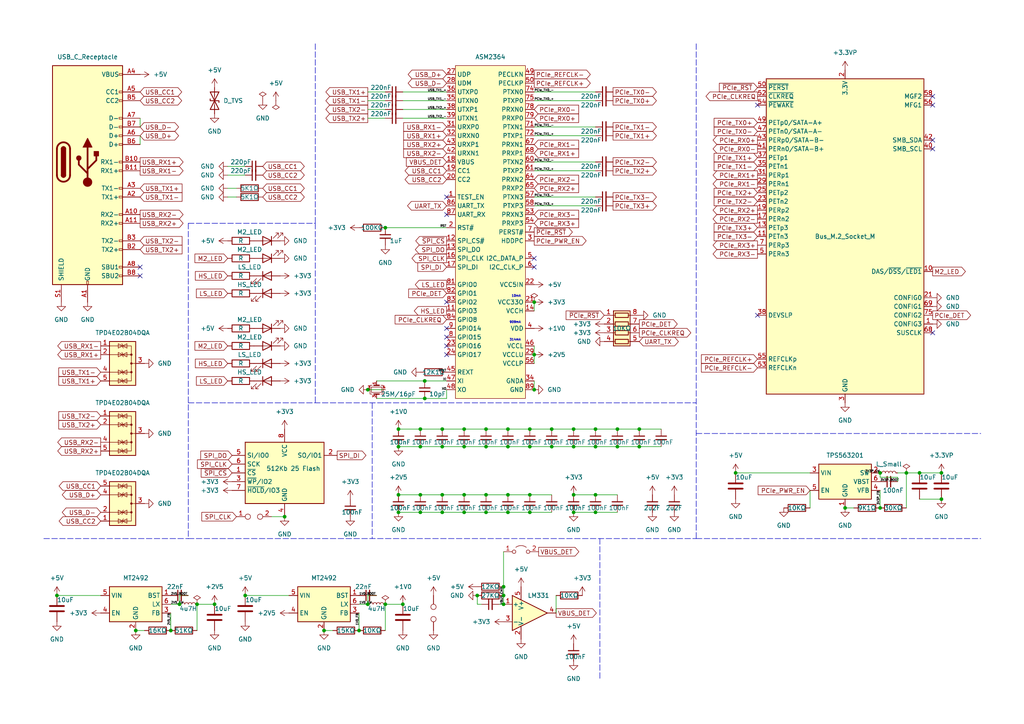
<source format=kicad_sch>
(kicad_sch (version 20211123) (generator eeschema)
  (paper "A4")
  (junction (at 128.27 124.46))
  (junction (at 146.05 175.26))
  (junction (at 140.97 124.46))
  (junction (at 123.19 110.49))
  (junction (at 179.07 129.54))
  (junction (at 121.92 143.51))
  (junction (at 273.05 137.16))
  (junction (at 57.15 175.26))
  (junction (at 154.94 102.87))
  (junction (at 185.42 124.46))
  (junction (at 166.37 124.46))
  (junction (at 147.32 143.51))
  (junction (at 213.36 137.16))
  (junction (at 273.05 144.78))
  (junction (at 166.37 143.51))
  (junction (at 245.11 147.32))
  (junction (at 93.98 182.88))
  (junction (at 39.37 182.88))
  (junction (at 49.53 182.88))
  (junction (at 134.62 129.54))
  (junction (at 123.19 115.57))
  (junction (at 160.02 129.54))
  (junction (at 128.27 143.51))
  (junction (at 111.76 66.04))
  (junction (at 172.72 148.59))
  (junction (at 153.67 129.54))
  (junction (at 185.42 129.54))
  (junction (at 266.7 137.16))
  (junction (at 62.23 175.26))
  (junction (at 115.57 124.46))
  (junction (at 147.32 148.59))
  (junction (at 115.57 143.51))
  (junction (at 172.72 129.54))
  (junction (at 160.02 124.46))
  (junction (at 147.32 129.54))
  (junction (at 106.68 113.03))
  (junction (at 166.37 129.54))
  (junction (at 153.67 124.46))
  (junction (at 255.27 137.16))
  (junction (at 128.27 129.54))
  (junction (at 71.12 172.72))
  (junction (at 140.97 129.54))
  (junction (at 121.92 129.54))
  (junction (at 153.67 148.59))
  (junction (at 82.55 149.86))
  (junction (at 121.92 148.59))
  (junction (at 154.94 87.63))
  (junction (at 111.76 175.26))
  (junction (at 153.67 143.51))
  (junction (at 255.27 147.32))
  (junction (at 179.07 124.46))
  (junction (at 115.57 148.59))
  (junction (at 16.51 172.72))
  (junction (at 172.72 124.46))
  (junction (at 52.07 175.26))
  (junction (at 128.27 148.59))
  (junction (at 121.92 124.46))
  (junction (at 146.05 170.18))
  (junction (at 140.97 143.51))
  (junction (at 134.62 148.59))
  (junction (at 262.89 137.16))
  (junction (at 115.57 129.54))
  (junction (at 154.94 113.03))
  (junction (at 134.62 124.46))
  (junction (at 106.68 175.26))
  (junction (at 138.43 172.72))
  (junction (at 147.32 124.46))
  (junction (at 140.97 148.59))
  (junction (at 172.72 143.51))
  (junction (at 104.14 182.88))
  (junction (at 116.84 175.26))
  (junction (at 166.37 148.59))
  (junction (at 134.62 143.51))
  (junction (at 146.05 172.72))
  (no_connect (at 129.54 57.15))
  (no_connect (at 129.54 62.23))
  (no_connect (at 40.64 77.47))
  (no_connect (at 40.64 80.01))
  (no_connect (at 129.54 97.79))
  (no_connect (at 129.54 95.25))
  (no_connect (at 129.54 100.33))
  (no_connect (at 129.54 102.87))
  (no_connect (at 219.71 91.44))
  (no_connect (at 219.71 30.48))
  (no_connect (at 129.54 87.63))
  (no_connect (at 270.51 96.52))
  (no_connect (at 270.51 30.48))
  (no_connect (at 270.51 27.94))
  (no_connect (at 270.51 40.64))
  (no_connect (at 270.51 43.18))
  (no_connect (at 154.94 74.93))
  (no_connect (at 154.94 77.47))
  (wire (pts (xy 109.22 110.49) (xy 123.19 110.49)))
  (polyline (pts (xy 107.95 116.84) (xy 107.95 156.21)))
  (wire (pts (xy 140.97 124.46) (xy 147.32 124.46)))
  (wire (pts (xy 160.02 124.46) (xy 166.37 124.46)))
  (wire (pts (xy 134.62 148.59) (xy 140.97 148.59)))
  (wire (pts (xy 147.32 148.59) (xy 153.67 148.59)))
  (wire (pts (xy 39.37 182.88) (xy 41.91 182.88)))
  (wire (pts (xy 49.53 175.26) (xy 52.07 175.26)))
  (wire (pts (xy 71.12 172.72) (xy 83.82 172.72)))
  (wire (pts (xy 160.02 129.54) (xy 166.37 129.54)))
  (wire (pts (xy 185.42 124.46) (xy 191.77 124.46)))
  (wire (pts (xy 40.64 39.37) (xy 40.64 41.91)))
  (polyline (pts (xy 91.44 12.7) (xy 91.44 64.77)))
  (wire (pts (xy 16.51 172.72) (xy 29.21 172.72)))
  (wire (pts (xy 255.27 142.24) (xy 255.27 147.32)))
  (wire (pts (xy 154.94 57.15) (xy 172.72 57.15)))
  (wire (pts (xy 153.67 129.54) (xy 160.02 129.54)))
  (wire (pts (xy 128.27 143.51) (xy 134.62 143.51)))
  (wire (pts (xy 166.37 124.46) (xy 172.72 124.46)))
  (wire (pts (xy 106.68 29.21) (xy 111.76 29.21)))
  (wire (pts (xy 106.68 34.29) (xy 111.76 34.29)))
  (wire (pts (xy 260.35 137.16) (xy 262.89 137.16)))
  (wire (pts (xy 106.68 31.75) (xy 111.76 31.75)))
  (wire (pts (xy 128.27 124.46) (xy 134.62 124.46)))
  (wire (pts (xy 57.15 175.26) (xy 62.23 175.26)))
  (wire (pts (xy 179.07 124.46) (xy 185.42 124.46)))
  (wire (pts (xy 115.57 143.51) (xy 121.92 143.51)))
  (wire (pts (xy 116.84 26.67) (xy 129.54 26.67)))
  (wire (pts (xy 146.05 160.02) (xy 146.05 170.18)))
  (wire (pts (xy 154.94 49.53) (xy 172.72 49.53)))
  (wire (pts (xy 154.94 29.21) (xy 172.72 29.21)))
  (wire (pts (xy 262.89 137.16) (xy 266.7 137.16)))
  (polyline (pts (xy 201.93 156.21) (xy 284.48 156.21)))
  (wire (pts (xy 255.27 137.16) (xy 255.27 138.43)))
  (wire (pts (xy 154.94 39.37) (xy 172.72 39.37)))
  (wire (pts (xy 161.29 177.8) (xy 161.29 172.72)))
  (wire (pts (xy 104.14 177.8) (xy 104.14 182.88)))
  (wire (pts (xy 138.43 172.72) (xy 138.43 175.26)))
  (wire (pts (xy 111.76 175.26) (xy 116.84 175.26)))
  (wire (pts (xy 260.35 138.43) (xy 260.35 139.7)))
  (wire (pts (xy 154.94 100.33) (xy 154.94 102.87)))
  (wire (pts (xy 109.22 172.72) (xy 106.68 172.72)))
  (wire (pts (xy 40.64 34.29) (xy 40.64 36.83)))
  (wire (pts (xy 129.54 113.03) (xy 129.54 115.57)))
  (wire (pts (xy 147.32 143.51) (xy 153.67 143.51)))
  (wire (pts (xy 166.37 143.51) (xy 172.72 143.51)))
  (wire (pts (xy 129.54 115.57) (xy 123.19 115.57)))
  (wire (pts (xy 66.04 48.26) (xy 71.12 48.26)))
  (wire (pts (xy 106.68 172.72) (xy 106.68 175.26)))
  (wire (pts (xy 266.7 144.78) (xy 273.05 144.78)))
  (wire (pts (xy 153.67 148.59) (xy 160.02 148.59)))
  (wire (pts (xy 154.94 87.63) (xy 154.94 90.17)))
  (wire (pts (xy 54.61 172.72) (xy 52.07 172.72)))
  (polyline (pts (xy 12.7 156.21) (xy 54.61 156.21)))
  (wire (pts (xy 93.98 182.88) (xy 96.52 182.88)))
  (wire (pts (xy 115.57 124.46) (xy 121.92 124.46)))
  (wire (pts (xy 116.84 29.21) (xy 129.54 29.21)))
  (wire (pts (xy 172.72 148.59) (xy 179.07 148.59)))
  (wire (pts (xy 66.04 54.61) (xy 68.58 54.61)))
  (wire (pts (xy 166.37 148.59) (xy 172.72 148.59)))
  (wire (pts (xy 153.67 143.51) (xy 160.02 143.51)))
  (wire (pts (xy 255.27 138.43) (xy 260.35 138.43)))
  (wire (pts (xy 121.92 129.54) (xy 128.27 129.54)))
  (wire (pts (xy 179.07 129.54) (xy 185.42 129.54)))
  (wire (pts (xy 66.04 50.8) (xy 71.12 50.8)))
  (wire (pts (xy 115.57 148.59) (xy 121.92 148.59)))
  (wire (pts (xy 154.94 36.83) (xy 172.72 36.83)))
  (wire (pts (xy 111.76 175.26) (xy 111.76 182.88)))
  (wire (pts (xy 134.62 143.51) (xy 140.97 143.51)))
  (wire (pts (xy 140.97 148.59) (xy 147.32 148.59)))
  (wire (pts (xy 172.72 124.46) (xy 179.07 124.46)))
  (polyline (pts (xy 54.61 156.21) (xy 201.93 156.21)))
  (polyline (pts (xy 173.99 156.21) (xy 173.99 196.85)))
  (wire (pts (xy 166.37 129.54) (xy 172.72 129.54)))
  (wire (pts (xy 128.27 129.54) (xy 134.62 129.54)))
  (wire (pts (xy 78.74 149.86) (xy 82.55 149.86)))
  (polyline (pts (xy 201.93 125.73) (xy 284.48 125.73)))
  (wire (pts (xy 138.43 175.26) (xy 139.7 175.26)))
  (wire (pts (xy 106.68 26.67) (xy 111.76 26.67)))
  (wire (pts (xy 121.92 124.46) (xy 128.27 124.46)))
  (wire (pts (xy 116.84 31.75) (xy 129.54 31.75)))
  (wire (pts (xy 144.78 175.26) (xy 146.05 175.26)))
  (wire (pts (xy 121.92 143.51) (xy 128.27 143.51)))
  (wire (pts (xy 172.72 129.54) (xy 179.07 129.54)))
  (wire (pts (xy 140.97 143.51) (xy 147.32 143.51)))
  (polyline (pts (xy 54.61 64.77) (xy 54.61 156.21)))
  (wire (pts (xy 57.15 175.26) (xy 57.15 182.88)))
  (wire (pts (xy 116.84 34.29) (xy 129.54 34.29)))
  (wire (pts (xy 134.62 129.54) (xy 140.97 129.54)))
  (wire (pts (xy 121.92 148.59) (xy 128.27 148.59)))
  (polyline (pts (xy 54.61 116.84) (xy 201.93 116.84)))
  (polyline (pts (xy 201.93 12.7) (xy 201.93 156.21)))
  (wire (pts (xy 266.7 137.16) (xy 273.05 137.16)))
  (wire (pts (xy 134.62 124.46) (xy 140.97 124.46)))
  (wire (pts (xy 128.27 148.59) (xy 134.62 148.59)))
  (wire (pts (xy 154.94 46.99) (xy 172.72 46.99)))
  (wire (pts (xy 123.19 110.49) (xy 129.54 110.49)))
  (wire (pts (xy 172.72 143.51) (xy 179.07 143.51)))
  (polyline (pts (xy 54.61 64.77) (xy 91.44 64.77)))
  (wire (pts (xy 154.94 110.49) (xy 154.94 113.03)))
  (wire (pts (xy 109.22 115.57) (xy 123.19 115.57)))
  (wire (pts (xy 66.04 57.15) (xy 68.58 57.15)))
  (wire (pts (xy 153.67 124.46) (xy 160.02 124.46)))
  (wire (pts (xy 213.36 137.16) (xy 234.95 137.16)))
  (wire (pts (xy 49.53 177.8) (xy 49.53 182.88)))
  (polyline (pts (xy 91.44 64.77) (xy 91.44 116.84)))
  (wire (pts (xy 111.76 66.04) (xy 129.54 66.04)))
  (wire (pts (xy 52.07 172.72) (xy 52.07 175.26)))
  (wire (pts (xy 185.42 129.54) (xy 191.77 129.54)))
  (wire (pts (xy 234.95 142.24) (xy 234.95 147.32)))
  (wire (pts (xy 147.32 129.54) (xy 153.67 129.54)))
  (wire (pts (xy 115.57 129.54) (xy 121.92 129.54)))
  (wire (pts (xy 146.05 172.72) (xy 146.05 175.26)))
  (wire (pts (xy 140.97 129.54) (xy 147.32 129.54)))
  (wire (pts (xy 147.32 124.46) (xy 153.67 124.46)))
  (wire (pts (xy 154.94 102.87) (xy 154.94 105.41)))
  (wire (pts (xy 245.11 147.32) (xy 247.65 147.32)))
  (wire (pts (xy 104.14 175.26) (xy 106.68 175.26)))
  (wire (pts (xy 154.94 26.67) (xy 172.72 26.67)))
  (wire (pts (xy 154.94 59.69) (xy 172.72 59.69)))
  (wire (pts (xy 106.68 113.03) (xy 111.76 113.03)))
  (wire (pts (xy 262.89 137.16) (xy 262.89 147.32)))
  (wire (pts (xy 146.05 170.18) (xy 146.05 172.72)))
  (text "314mA" (at 151.13 99.06 180) (effects (font (size 0.635 0.635)) (justify right bottom)))
  (text "10mA" (at 151.13 86.36 180) (effects (font (size 0.635 0.635)) (justify right bottom)))
  (text "909mA" (at 151.13 93.98 180) (effects (font (size 0.635 0.635)) (justify right bottom)))
  (label "PCIe_TX1_-" (at 154.94 36.83 0) (effects (font (size 0.635 0.635))))
  (label "PCIe_TX0_+" (at 154.94 29.21 0) (effects (font (size 0.635 0.635))))
  (label "3V3P_BOOT" (at 255.27 139.7 0) (effects (font (size 0.635 0.635))))
  (label "PCIe_TX2_-" (at 154.94 46.99 0) (effects (font (size 0.635 0.635))))
  (label "1V0_BOOT" (at 104.14 172.72 0) (effects (font (size 0.635 0.635))))
  (label "PCIe_TX3_+" (at 154.94 59.69 0) (effects (font (size 0.635 0.635))))
  (label "PCIe_TX1_+" (at 154.94 39.37 0) (effects (font (size 0.635 0.635))))
  (label "XO" (at 129.54 113.2782 180) (effects (font (size 0.635 0.635))))
  (label "USB_TX2_+" (at 129.54 31.75 180) (effects (font (size 0.635 0.635))))
  (label "2V5_BOOT" (at 49.53 172.72 0) (effects (font (size 0.635 0.635))))
  (label "2V5_SW" (at 49.53 175.26 0) (effects (font (size 0.635 0.635))))
  (label "1V0_FB" (at 104.14 177.8 270) (effects (font (size 0.635 0.635))))
  (label "1V0_SW" (at 104.14 175.26 0) (effects (font (size 0.635 0.635))))
  (label "3V3P_SW" (at 255.27 137.16 180) (effects (font (size 0.635 0.635))))
  (label "PCIe_TX0_-" (at 154.94 26.67 0) (effects (font (size 0.635 0.635))))
  (label "PCIe_TX3_-" (at 154.94 57.15 0) (effects (font (size 0.635 0.635))))
  (label "USB_TX2_-" (at 129.54 34.29 180) (effects (font (size 0.635 0.635))))
  (label "RST" (at 129.54 66.04 180) (effects (font (size 0.635 0.635))))
  (label "PCIe_TX2_+" (at 154.94 49.53 0) (effects (font (size 0.635 0.635))))
  (label "USB_TX1_+" (at 129.54 26.67 180) (effects (font (size 0.635 0.635))))
  (label "XI" (at 129.54 110.49 180) (effects (font (size 0.635 0.635))))
  (label "VBUS_CMP" (at 146.05 170.18 270) (effects (font (size 0.635 0.635))))
  (label "REXT" (at 129.54 107.95 180) (effects (font (size 0.635 0.635))))
  (label "USB_TX1_-" (at 129.54 29.21 180) (effects (font (size 0.635 0.635))))
  (label "3V3P_FB" (at 255.27 142.24 270) (effects (font (size 0.635 0.635))))
  (label "2V5_FB" (at 49.53 177.8 270) (effects (font (size 0.635 0.635))))
  (global_label "HS_LED" (shape input) (at 66.04 80.01 180) (property "Intersheet References" "${INTERSHEET_REFS}" (effects hide)))
  (global_label "USB_CC1" (shape bidirectional) (at 129.54 49.53 180) (property "Intersheet References" "${INTERSHEET_REFS}" (effects hide)))
  (global_label "PCIe_TX1+" (shape input) (at 219.71 45.72 180) (property "Intersheet References" "${INTERSHEET_REFS}" (effects hide)))
  (global_label "M2_LED" (shape input) (at 66.04 74.93 180) (property "Intersheet References" "${INTERSHEET_REFS}" (effects hide)))
  (global_label "PCIe_RX1+" (shape output) (at 219.71 50.8 180) (property "Intersheet References" "${INTERSHEET_REFS}" (effects hide)))
  (global_label "PCIe_TX0-" (shape output) (at 177.8 26.67 0) (property "Intersheet References" "${INTERSHEET_REFS}" (effects hide)))
  (global_label "USB_RX1-" (shape input) (at 129.54 36.83 180) (property "Intersheet References" "${INTERSHEET_REFS}" (effects hide)))
  (global_label "PCIe_RX2+" (shape output) (at 219.71 60.96 180) (property "Intersheet References" "${INTERSHEET_REFS}" (effects hide)))
  (global_label "USB_TX1-" (shape output) (at 106.68 29.21 180) (property "Intersheet References" "${INTERSHEET_REFS}" (effects hide)))
  (global_label "PCIe_CLKREQ" (shape input) (at 129.54 92.71 180) (property "Intersheet References" "${INTERSHEET_REFS}" (effects hide)))
  (global_label "USB_RX2-" (shape output) (at 29.21 128.27 180) (property "Intersheet References" "${INTERSHEET_REFS}" (effects hide)))
  (global_label "SPI_CLK" (shape output) (at 129.54 74.93 180) (property "Intersheet References" "${INTERSHEET_REFS}" (effects hide)))
  (global_label "PCIe_DET" (shape input) (at 129.54 85.09 180) (property "Intersheet References" "${INTERSHEET_REFS}" (effects hide)))
  (global_label "UART_TX" (shape bidirectional) (at 129.54 59.69 180) (property "Intersheet References" "${INTERSHEET_REFS}" (effects hide)))
  (global_label "USB_RX1+" (shape input) (at 129.54 39.37 180) (property "Intersheet References" "${INTERSHEET_REFS}" (effects hide)))
  (global_label "VBUS_DET" (shape output) (at 161.29 177.8 0) (property "Intersheet References" "${INTERSHEET_REFS}" (effects hide)))
  (global_label "USB_CC2" (shape bidirectional) (at 129.54 52.07 180) (property "Intersheet References" "${INTERSHEET_REFS}" (effects hide)))
  (global_label "USB_TX2-" (shape input) (at 29.21 120.65 180) (property "Intersheet References" "${INTERSHEET_REFS}" (effects hide)))
  (global_label "PCIe_REFCLK-" (shape input) (at 219.71 106.68 180) (property "Intersheet References" "${INTERSHEET_REFS}" (effects hide)))
  (global_label "M2_LED" (shape output) (at 270.51 78.74 0) (property "Intersheet References" "${INTERSHEET_REFS}" (effects hide)))
  (global_label "HS_LED" (shape input) (at 66.04 105.41 180) (property "Intersheet References" "${INTERSHEET_REFS}" (effects hide)))
  (global_label "USB_D-" (shape bidirectional) (at 29.21 148.59 180) (property "Intersheet References" "${INTERSHEET_REFS}" (effects hide)))
  (global_label "USB_TX1+" (shape input) (at 29.21 110.49 180) (property "Intersheet References" "${INTERSHEET_REFS}" (effects hide)))
  (global_label "PCIe_DET" (shape output) (at 185.42 93.98 0) (property "Intersheet References" "${INTERSHEET_REFS}" (effects hide)))
  (global_label "SPI_DI" (shape input) (at 129.54 77.47 180) (property "Intersheet References" "${INTERSHEET_REFS}" (effects hide)))
  (global_label "USB_RX2+" (shape input) (at 129.54 41.91 180) (property "Intersheet References" "${INTERSHEET_REFS}" (effects hide)))
  (global_label "HS_LED" (shape output) (at 129.54 90.17 180) (property "Intersheet References" "${INTERSHEET_REFS}" (effects hide)))
  (global_label "PCIe_REFCLK+" (shape output) (at 154.94 24.13 0) (property "Intersheet References" "${INTERSHEET_REFS}" (effects hide)))
  (global_label "USB_CC1" (shape bidirectional) (at 76.2 54.61 0) (property "Intersheet References" "${INTERSHEET_REFS}" (effects hide)))
  (global_label "USB_RX2+" (shape output) (at 29.21 130.81 180) (property "Intersheet References" "${INTERSHEET_REFS}" (effects hide)))
  (global_label "USB_TX1-" (shape input) (at 29.21 107.95 180) (property "Intersheet References" "${INTERSHEET_REFS}" (effects hide)))
  (global_label "USB_CC1" (shape bidirectional) (at 29.21 140.97 180) (property "Intersheet References" "${INTERSHEET_REFS}" (effects hide)))
  (global_label "USB_D+" (shape bidirectional) (at 29.21 143.51 180) (property "Intersheet References" "${INTERSHEET_REFS}" (effects hide)))
  (global_label "PCIe_CLKREQ" (shape output) (at 219.71 27.94 180) (property "Intersheet References" "${INTERSHEET_REFS}" (effects hide)))
  (global_label "LS_LED" (shape input) (at 66.04 110.49 180) (property "Intersheet References" "${INTERSHEET_REFS}" (effects hide)))
  (global_label "USB_RX1-" (shape output) (at 40.64 49.53 0) (property "Intersheet References" "${INTERSHEET_REFS}" (effects hide)))
  (global_label "USB_CC1" (shape bidirectional) (at 40.64 26.67 0) (property "Intersheet References" "${INTERSHEET_REFS}" (effects hide)))
  (global_label "USB_RX1+" (shape output) (at 29.21 102.87 180) (property "Intersheet References" "${INTERSHEET_REFS}" (effects hide)))
  (global_label "USB_TX2-" (shape input) (at 40.64 69.85 0) (property "Intersheet References" "${INTERSHEET_REFS}" (effects hide)))
  (global_label "PCIe_TX3+" (shape input) (at 219.71 66.04 180) (property "Intersheet References" "${INTERSHEET_REFS}" (effects hide)))
  (global_label "PCIe_RX0-" (shape output) (at 219.71 43.18 180) (property "Intersheet References" "${INTERSHEET_REFS}" (effects hide)))
  (global_label "VBUS_DET" (shape input) (at 129.54 46.99 180) (property "Intersheet References" "${INTERSHEET_REFS}" (effects hide)))
  (global_label "PCIe_RX0-" (shape input) (at 154.94 31.75 0) (property "Intersheet References" "${INTERSHEET_REFS}" (effects hide)))
  (global_label "USB_TX1+" (shape output) (at 106.68 26.67 180) (property "Intersheet References" "${INTERSHEET_REFS}" (effects hide)))
  (global_label "PCIe_RX0+" (shape input) (at 154.94 34.29 0) (property "Intersheet References" "${INTERSHEET_REFS}" (effects hide)))
  (global_label "USB_RX1+" (shape output) (at 40.64 46.99 0) (property "Intersheet References" "${INTERSHEET_REFS}" (effects hide)))
  (global_label "SPI_DO" (shape output) (at 129.54 72.39 180) (property "Intersheet References" "${INTERSHEET_REFS}" (effects hide)))
  (global_label "PCIe_TX0+" (shape input) (at 219.71 35.56 180) (property "Intersheet References" "${INTERSHEET_REFS}" (effects hide)))
  (global_label "~{SPI_CS}" (shape output) (at 129.54 69.85 180) (property "Intersheet References" "${INTERSHEET_REFS}" (effects hide)))
  (global_label "LS_LED" (shape input) (at 66.04 85.09 180) (property "Intersheet References" "${INTERSHEET_REFS}" (effects hide)))
  (global_label "PCIe_RX1-" (shape input) (at 154.94 41.91 0) (property "Intersheet References" "${INTERSHEET_REFS}" (effects hide)))
  (global_label "PCIe_TX2+" (shape input) (at 219.71 55.88 180) (property "Intersheet References" "${INTERSHEET_REFS}" (effects hide)))
  (global_label "PCIe_TX0+" (shape output) (at 177.8 29.21 0) (property "Intersheet References" "${INTERSHEET_REFS}" (effects hide)))
  (global_label "PCIe_RX3-" (shape output) (at 219.71 73.66 180) (property "Intersheet References" "${INTERSHEET_REFS}" (effects hide)))
  (global_label "USB_RX1-" (shape output) (at 29.21 100.33 180) (property "Intersheet References" "${INTERSHEET_REFS}" (effects hide)))
  (global_label "SPI_DO" (shape input) (at 67.31 132.08 180) (property "Intersheet References" "${INTERSHEET_REFS}" (effects hide)))
  (global_label "PCIe_REFCLK-" (shape output) (at 154.94 21.59 0) (property "Intersheet References" "${INTERSHEET_REFS}" (effects hide)))
  (global_label "SPI_CLK" (shape input) (at 67.31 134.62 180) (property "Intersheet References" "${INTERSHEET_REFS}" (effects hide)))
  (global_label "USB_RX2-" (shape output) (at 40.64 62.23 0) (property "Intersheet References" "${INTERSHEET_REFS}" (effects hide)))
  (global_label "PCIe_RX2-" (shape output) (at 219.71 63.5 180) (property "Intersheet References" "${INTERSHEET_REFS}" (effects hide)))
  (global_label "USB_TX1-" (shape input) (at 40.64 57.15 0) (property "Intersheet References" "${INTERSHEET_REFS}" (effects hide)))
  (global_label "UART_TX" (shape bidirectional) (at 185.42 99.06 0) (property "Intersheet References" "${INTERSHEET_REFS}" (effects hide)))
  (global_label "PCIe_TX1-" (shape output) (at 177.8 36.83 0) (property "Intersheet References" "${INTERSHEET_REFS}" (effects hide)))
  (global_label "USB_CC2" (shape bidirectional) (at 76.2 57.15 0) (property "Intersheet References" "${INTERSHEET_REFS}" (effects hide)))
  (global_label "USB_D-" (shape bidirectional) (at 40.64 36.83 0) (property "Intersheet References" "${INTERSHEET_REFS}" (effects hide)))
  (global_label "USB_RX2+" (shape output) (at 40.64 64.77 0) (property "Intersheet References" "${INTERSHEET_REFS}" (effects hide)))
  (global_label "PCIe_TX2-" (shape output) (at 177.8 46.99 0) (property "Intersheet References" "${INTERSHEET_REFS}" (effects hide)))
  (global_label "PCIe_RX0+" (shape output) (at 219.71 40.64 180) (property "Intersheet References" "${INTERSHEET_REFS}" (effects hide)))
  (global_label "USB_CC2" (shape bidirectional) (at 29.21 151.13 180) (property "Intersheet References" "${INTERSHEET_REFS}" (effects hide)))
  (global_label "USB_D+" (shape bidirectional) (at 129.54 21.59 180) (property "Intersheet References" "${INTERSHEET_REFS}" (effects hide)))
  (global_label "USB_TX2+" (shape input) (at 29.21 123.19 180) (property "Intersheet References" "${INTERSHEET_REFS}" (effects hide)))
  (global_label "USB_TX2+" (shape output) (at 106.68 34.29 180) (property "Intersheet References" "${INTERSHEET_REFS}" (effects hide)))
  (global_label "PCIe_TX1-" (shape input) (at 219.71 48.26 180) (property "Intersheet References" "${INTERSHEET_REFS}" (effects hide)))
  (global_label "M2_LED" (shape input) (at 66.04 100.33 180) (property "Intersheet References" "${INTERSHEET_REFS}" (effects hide)))
  (global_label "PCIe_RX3+" (shape output) (at 219.71 71.12 180) (property "Intersheet References" "${INTERSHEET_REFS}" (effects hide)))
  (global_label "PCIe_TX0-" (shape input) (at 219.71 38.1 180) (property "Intersheet References" "${INTERSHEET_REFS}" (effects hide)))
  (global_label "LS_LED" (shape output) (at 129.54 82.55 180) (property "Intersheet References" "${INTERSHEET_REFS}" (effects hide)))
  (global_label "PCIe_RX2-" (shape input) (at 154.94 52.07 0) (property "Intersheet References" "${INTERSHEET_REFS}" (effects hide)))
  (global_label "USB_TX2+" (shape input) (at 40.64 72.39 0) (property "Intersheet References" "${INTERSHEET_REFS}" (effects hide)))
  (global_label "USB_D-" (shape bidirectional) (at 129.54 24.13 180) (property "Intersheet References" "${INTERSHEET_REFS}" (effects hide)))
  (global_label "PCIe_TX1+" (shape output) (at 177.8 39.37 0) (property "Intersheet References" "${INTERSHEET_REFS}" (effects hide)))
  (global_label "USB_CC2" (shape bidirectional) (at 40.64 29.21 0) (property "Intersheet References" "${INTERSHEET_REFS}" (effects hide)))
  (global_label "PCIe_RX1+" (shape input) (at 154.94 44.45 0) (property "Intersheet References" "${INTERSHEET_REFS}" (effects hide)))
  (global_label "PCIe_TX2+" (shape output) (at 177.8 49.53 0) (property "Intersheet References" "${INTERSHEET_REFS}" (effects hide)))
  (global_label "~{PCIe_RST}" (shape input) (at 175.26 91.44 180) (property "Intersheet References" "${INTERSHEET_REFS}" (effects hide)))
  (global_label "USB_CC1" (shape bidirectional) (at 76.2 48.26 0) (property "Intersheet References" "${INTERSHEET_REFS}" (effects hide)))
  (global_label "~{PCIe_RST}" (shape input) (at 219.71 25.4 180) (property "Intersheet References" "${INTERSHEET_REFS}" (effects hide)))
  (global_label "PCIe_RX3-" (shape input) (at 154.94 62.23 0) (property "Intersheet References" "${INTERSHEET_REFS}" (effects hide)))
  (global_label "USB_TX1+" (shape input) (at 40.64 54.61 0) (property "Intersheet References" "${INTERSHEET_REFS}" (effects hide)))
  (global_label "~{PCIe_RST}" (shape output) (at 154.94 67.31 0) (property "Intersheet References" "${INTERSHEET_REFS}" (effects hide)))
  (global_label "PCIe_TX3-" (shape input) (at 219.71 68.58 180) (property "Intersheet References" "${INTERSHEET_REFS}" (effects hide)))
  (global_label "PCIe_DET" (shape output) (at 270.51 91.44 0) (property "Intersheet References" "${INTERSHEET_REFS}" (effects hide)))
  (global_label "PCIe_RX1-" (shape output) (at 219.71 53.34 180) (property "Intersheet References" "${INTERSHEET_REFS}" (effects hide)))
  (global_label "PCIe_TX3-" (shape output) (at 177.8 57.15 0) (property "Intersheet References" "${INTERSHEET_REFS}" (effects hide)))
  (global_label "PCIe_CLKREQ" (shape output) (at 185.42 96.52 0) (property "Intersheet References" "${INTERSHEET_REFS}" (effects hide)))
  (global_label "PCIe_TX3+" (shape output) (at 177.8 59.69 0) (property "Intersheet References" "${INTERSHEET_REFS}" (effects hide)))
  (global_label "USB_RX2-" (shape input) (at 129.54 44.45 180) (property "Intersheet References" "${INTERSHEET_REFS}" (effects hide)))
  (global_label "USB_D+" (shape bidirectional) (at 40.64 39.37 0) (property "Intersheet References" "${INTERSHEET_REFS}" (effects hide)))
  (global_label "PCIe_TX2-" (shape input) (at 219.71 58.42 180) (property "Intersheet References" "${INTERSHEET_REFS}" (effects hide)))
  (global_label "PCIe_RX3+" (shape input) (at 154.94 64.77 0) (property "Intersheet References" "${INTERSHEET_REFS}" (effects hide)))
  (global_label "~{SPI_CS}" (shape input) (at 67.31 137.16 180) (property "Intersheet References" "${INTERSHEET_REFS}" (effects hide)))
  (global_label "PCIe_REFCLK+" (shape input) (at 219.71 104.14 180) (property "Intersheet References" "${INTERSHEET_REFS}" (effects hide)))
  (global_label "SPI_CLK" (shape input) (at 68.58 149.86 180) (property "Intersheet References" "${INTERSHEET_REFS}" (effects hide)))
  (global_label "SPI_DI" (shape output) (at 97.79 132.08 0) (property "Intersheet References" "${INTERSHEET_REFS}" (effects hide)))
  (global_label "USB_TX2-" (shape output) (at 106.68 31.75 180) (property "Intersheet References" "${INTERSHEET_REFS}" (effects hide)))
  (global_label "PCIe_PWR_EN" (shape input) (at 234.95 142.24 180) (property "Intersheet References" "${INTERSHEET_REFS}" (effects hide)))
  (global_label "PCIe_RX2+" (shape input) (at 154.94 54.61 0) (property "Intersheet References" "${INTERSHEET_REFS}" (effects hide)))
  (global_label "PCIe_PWR_EN" (shape output) (at 154.94 69.85 0) (property "Intersheet References" "${INTERSHEET_REFS}" (effects hide)))
  (global_label "VBUS_DET" (shape output) (at 156.21 160.02 0) (property "Intersheet References" "${INTERSHEET_REFS}" (effects hide)))
  (global_label "USB_CC2" (shape bidirectional) (at 76.2 50.8 0) (property "Intersheet References" "${INTERSHEET_REFS}" (effects hide)))
  (symbol (lib_id "power:+2V5") (at 62.23 175.26 0) (unit 1)
    (property "Reference" "#PWR072" (effects hide))
    (property "Value" "+2V5" (at 62.23 170.18 0))
  )
  (symbol (lib_id "Device:C_Small") (at 153.67 127 0) (unit 1)
    (property "Reference" "C23" (effects hide))
    (property "Value" "100nF" (at 151.13 128.27 0) (effects (justify left)))
    (property "Footprint" "Stanlazys:C_0201_0603Metric" (effects hide))
  )
  (symbol (lib_id "Device:R_Pack04") (at 180.34 96.52 270) (unit 1)
    (property "Reference" "RN1" (effects hide))
    (property "Value" "10KΩ" (at 180.34 95.25 90))
    (property "Footprint" "Resistor_SMD:R_Array_Convex_4x0402" (effects hide))
  )
  (symbol (lib_id "Connector:TestPoint") (at 125.73 182.88 0) (unit 1)
    (property "Reference" "TP3" (effects hide))
    (property "Value" "TestPoint" (effects hide))
    (property "Footprint" "TestPoint:TestPoint_THTPad_2.0x2.0mm_Drill1.0mm" (effects hide))
  )
  (symbol (lib_id "Device:C_Small") (at 73.66 48.26 90) (unit 1)
    (property "Reference" "C10" (effects hide))
    (property "Value" "220pF" (at 69.85 46.99 90))
    (property "Footprint" "Stanlazys:C_0201_0603Metric" (effects hide))
  )
  (symbol (lib_id "Device:C_Small") (at 185.42 127 0) (unit 1)
    (property "Reference" "C28" (effects hide))
    (property "Value" "100nF" (at 182.88 128.27 0) (effects (justify left)))
    (property "Footprint" "Stanlazys:C_0201_0603Metric" (effects hide))
  )
  (symbol (lib_id "Device:C_Small") (at 172.72 146.05 0) (unit 1)
    (property "Reference" "C43" (effects hide))
    (property "Value" "100nF" (at 170.18 147.32 0) (effects (justify left)))
    (property "Footprint" "Stanlazys:C_0201_0603Metric" (effects hide))
  )
  (symbol (lib_id "Device:C_Small") (at 111.76 68.58 0) (unit 1)
    (property "Reference" "C15" (effects hide))
    (property "Value" "1uF" (at 113.03 69.85 0) (effects (justify left)))
    (property "Footprint" "Capacitor_SMD:C_0402_1005Metric" (effects hide))
  )
  (symbol (lib_id "power:GND") (at 17.78 87.63 0) (unit 1)
    (property "Reference" "#PWR020" (effects hide))
    (property "Value" "GND" (at 17.78 92.71 0))
  )
  (symbol (lib_id "power:+5V") (at 16.51 172.72 0) (unit 1)
    (property "Reference" "#PWR067" (effects hide))
    (property "Value" "+5V" (at 16.51 167.64 0))
  )
  (symbol (lib_id "power:GND") (at 270.51 88.9 90) (unit 1)
    (property "Reference" "#PWR023" (effects hide))
    (property "Value" "GND" (at 274.32 88.8999 90) (effects (justify right)))
  )
  (symbol (lib_id "power:PWR_FLAG") (at 154.94 87.63 0) (unit 1)
    (property "Reference" "#FLG03" (effects hide))
    (property "Value" "PWR_FLAG" (effects hide))
  )
  (symbol (lib_id "Device:LED") (at 77.47 105.41 0) (unit 1)
    (property "Reference" "D8" (effects hide))
    (property "Value" "LS_LED" (at 72.39 102.87 0))
    (property "Footprint" "LED_SMD:LED_0402_1005Metric" (effects hide))
  )
  (symbol (lib_id "Regulator_Switching:AOZ1280CI") (at 39.37 175.26 0) (unit 1)
    (property "Reference" "U7" (effects hide))
    (property "Value" "MT2492" (at 39.37 167.64 0))
    (property "Footprint" "Package_TO_SOT_SMD:SOT-23-6" (effects hide))
    (property "Datasheet" "http://aosmd.com/res/data_sheets/AOZ1280CI.pdf" (effects hide))
  )
  (symbol (lib_id "power:+5V") (at 66.04 69.85 90) (unit 1)
    (property "Reference" "#PWR012" (effects hide))
    (property "Value" "+5V" (at 62.23 69.8499 90) (effects (justify left)))
  )
  (symbol (lib_id "power:GND") (at 245.11 116.84 0) (unit 1)
    (property "Reference" "#PWR040" (effects hide))
    (property "Value" "GND" (at 245.11 121.92 0))
  )
  (symbol (lib_id "Device:R") (at 107.95 66.04 90) (unit 1)
    (property "Reference" "R3" (effects hide))
    (property "Value" "100KΩ" (at 107.95 66.04 90))
    (property "Footprint" "Stanlazys:R_0201_0603Metric" (effects hide))
  )
  (symbol (lib_id "Device:C_Small") (at 257.81 139.7 90) (unit 1)
    (property "Reference" "C30" (effects hide))
    (property "Value" "100nF" (at 259.08 142.24 90))
    (property "Footprint" "Stanlazys:C_0201_0603Metric" (effects hide))
  )
  (symbol (lib_id "power:+5V") (at 80.01 29.21 0) (unit 1)
    (property "Reference" "#PWR05" (effects hide))
    (property "Value" "+5V" (at 80.01 24.13 0))
  )
  (symbol (lib_id "Device:R") (at 53.34 182.88 90) (unit 1)
    (property "Reference" "R20" (effects hide))
    (property "Value" "51KΩ" (at 53.34 182.88 90))
    (property "Footprint" "Stanlazys:R_0201_0603Metric" (effects hide))
  )
  (symbol (lib_id "power:+3V3") (at 81.28 85.09 270) (unit 1)
    (property "Reference" "#PWR018" (effects hide))
    (property "Value" "+3V3" (at 85.09 85.0899 90) (effects (justify left)))
  )
  (symbol (lib_id "power:GND") (at 175.26 99.06 270) (unit 1)
    (property "Reference" "#PWR031" (effects hide))
    (property "Value" "GND" (at 171.45 99.0599 90) (effects (justify right)))
  )
  (symbol (lib_id "Device:D_TVS") (at 62.23 29.21 270) (unit 1)
    (property "Reference" "D1" (effects hide))
    (property "Value" "D_TVS" (at 64.77 29.2099 90) (effects (justify left)))
    (property "Footprint" "Diode_SMD:D_SOD-323" (effects hide))
  )
  (symbol (lib_id "power:+3V3") (at 81.28 80.01 270) (unit 1)
    (property "Reference" "#PWR016" (effects hide))
    (property "Value" "+3V3" (at 85.09 80.0099 90) (effects (justify left)))
  )
  (symbol (lib_id "Connector:USB_C_Receptacle") (at 25.4 46.99 0) (unit 1)
    (property "Reference" "J1" (effects hide))
    (property "Value" "USB_C_Receptacle" (at 25.4 16.51 0))
    (property "Footprint" "Stanlazys:USB_C_Receptacle_GCT_USB4080-03-A" (effects hide))
    (property "Datasheet" "https://www.usb.org/sites/default/files/documents/usb_type-c.zip" (effects hide))
  )
  (symbol (lib_id "power:GND") (at 41.91 105.41 90) (unit 1)
    (property "Reference" "#PWR034" (effects hide))
    (property "Value" "GND" (at 45.72 105.4099 90) (effects (justify right)))
  )
  (symbol (lib_id "power:+5V") (at 66.04 95.25 90) (unit 1)
    (property "Reference" "#PWR027" (effects hide))
    (property "Value" "+5V" (at 62.23 95.2499 90) (effects (justify left)))
  )
  (symbol (lib_id "power:GND") (at 93.98 182.88 0) (unit 1)
    (property "Reference" "#PWR081" (effects hide))
    (property "Value" "GND" (at 93.98 187.96 0))
  )
  (symbol (lib_id "Device:C_Small") (at 191.77 127 0) (unit 1)
    (property "Reference" "C29" (effects hide))
    (property "Value" "100nF" (at 189.23 128.27 0) (effects (justify left)))
    (property "Footprint" "Stanlazys:C_0201_0603Metric" (effects hide))
  )
  (symbol (lib_id "power:GND") (at 115.57 148.59 0) (unit 1)
    (property "Reference" "#PWR059" (effects hide))
    (property "Value" "GND" (at 115.57 153.67 0))
  )
  (symbol (lib_id "power:+3V3") (at 175.26 93.98 90) (unit 1)
    (property "Reference" "#PWR025" (effects hide))
    (property "Value" "+3V3" (at 171.45 93.9799 90) (effects (justify left)))
  )
  (symbol (lib_id "Stanlazys:ASM2364") (at 142.24 67.31 0) (unit 1)
    (property "Reference" "U1" (effects hide))
    (property "Value" "ASM2364" (at 142.24 16.51 0))
    (property "Footprint" "Stanlazys:QFN-88_EP_9.75x9.75_Pitch0.4mm_ThermalVias" (effects hide))
  )
  (symbol (lib_id "Device:C_Small") (at 142.24 175.26 90) (unit 1)
    (property "Reference" "C50" (effects hide))
    (property "Value" "100nF" (effects hide))
    (property "Footprint" "Stanlazys:C_0201_0603Metric" (effects hide))
  )
  (symbol (lib_id "Device:R") (at 231.14 147.32 90) (unit 1)
    (property "Reference" "R13" (effects hide))
    (property "Value" "10KΩ" (at 231.14 147.32 90))
    (property "Footprint" "Stanlazys:R_0201_0603Metric" (effects hide))
  )
  (symbol (lib_id "Device:C_Small") (at 175.26 46.99 90) (mirror x) (unit 1)
    (property "Reference" "C9" (effects hide))
    (property "Value" "220nF" (at 171.45 48.26 90))
    (property "Footprint" "Stanlazys:C_0201_0603Metric" (effects hide))
  )
  (symbol (lib_id "Device:C_Small") (at 73.66 50.8 90) (unit 1)
    (property "Reference" "C12" (effects hide))
    (property "Value" "220pF" (at 69.85 49.53 90))
    (property "Footprint" "Stanlazys:C_0201_0603Metric" (effects hide))
  )
  (symbol (lib_id "power:PWR_FLAG") (at 80.01 29.21 180) (unit 1)
    (property "Reference" "#FLG02" (effects hide))
    (property "Value" "PWR_FLAG" (effects hide))
  )
  (symbol (lib_id "Device:C_Small") (at 175.26 26.67 90) (mirror x) (unit 1)
    (property "Reference" "C2" (effects hide))
    (property "Value" "220nF" (at 171.45 27.94 90))
    (property "Footprint" "Stanlazys:C_0201_0603Metric" (effects hide))
  )
  (symbol (lib_id "Device:L_Small") (at 54.61 175.26 90) (unit 1)
    (property "Reference" "L2" (effects hide))
    (property "Value" "4u7H" (at 54.61 176.53 90))
    (property "Footprint" "Inductor_SMD:L_1008_2520Metric" (effects hide))
  )
  (symbol (lib_id "Device:Crystal_GND24_Small") (at 109.22 113.03 270) (unit 1)
    (property "Reference" "Y1" (effects hide))
    (property "Value" "25M/16pF" (at 115.57 114.3 90))
    (property "Footprint" "Stanlazys:Crystal_SMD_2016-4Pin_2.0x1.6mm" (effects hide))
  )
  (symbol (lib_id "power:GND") (at 82.55 149.86 0) (unit 1)
    (property "Reference" "#PWR063" (effects hide))
    (property "Value" "GND" (at 82.55 154.94 0))
  )
  (symbol (lib_id "power:GND") (at 195.58 148.59 0) (unit 1)
    (property "Reference" "#PWR062" (effects hide))
    (property "Value" "GND" (at 195.58 153.67 0))
  )
  (symbol (lib_id "power:GND") (at 185.42 91.44 90) (unit 1)
    (property "Reference" "#PWR024" (effects hide))
    (property "Value" "GND" (at 189.23 91.4399 90) (effects (justify right)))
  )
  (symbol (lib_id "power:GND") (at 41.91 146.05 90) (unit 1)
    (property "Reference" "#PWR056" (effects hide))
    (property "Value" "GND" (at 45.72 146.0499 90) (effects (justify right)))
  )
  (symbol (lib_id "Device:LED") (at 77.47 74.93 180) (unit 1)
    (property "Reference" "D3" (effects hide))
    (property "Value" "M2_LED" (at 72.39 72.39 0))
    (property "Footprint" "LED_SMD:LED_0402_1005Metric" (effects hide))
  )
  (symbol (lib_id "Device:LED") (at 77.47 69.85 180) (unit 1)
    (property "Reference" "D2" (effects hide))
    (property "Value" "M2_LED" (at 72.39 67.31 0))
    (property "Footprint" "LED_SMD:LED_0402_1005Metric" (effects hide))
  )
  (symbol (lib_id "power:+3V3") (at 154.94 87.63 270) (unit 1)
    (property "Reference" "#PWR022" (effects hide))
    (property "Value" "+3V3" (at 158.75 87.6299 90) (effects (justify left)))
  )
  (symbol (lib_id "Device:L_Small") (at 109.22 175.26 90) (unit 1)
    (property "Reference" "L3" (effects hide))
    (property "Value" "4u7H" (at 109.22 176.53 90))
    (property "Footprint" "Inductor_SMD:L_1008_2520Metric" (effects hide))
  )
  (symbol (lib_id "Device:LED") (at 77.47 100.33 180) (unit 1)
    (property "Reference" "D7" (effects hide))
    (property "Value" "M2_LED" (at 72.39 97.79 0))
    (property "Footprint" "LED_SMD:LED_0402_1005Metric" (effects hide))
  )
  (symbol (lib_id "Device:C") (at 62.23 179.07 0) (unit 1)
    (property "Reference" "C53" (effects hide))
    (property "Value" "10uF" (at 62.23 176.53 0) (effects (justify left)))
    (property "Footprint" "Capacitor_SMD:C_0603_1608Metric" (effects hide))
  )
  (symbol (lib_id "Device:C") (at 116.84 179.07 0) (unit 1)
    (property "Reference" "C54" (effects hide))
    (property "Value" "10uF" (at 116.84 176.53 0) (effects (justify left)))
    (property "Footprint" "Capacitor_SMD:C_0603_1608Metric" (effects hide))
  )
  (symbol (lib_id "Device:LED") (at 77.47 110.49 0) (unit 1)
    (property "Reference" "D9" (effects hide))
    (property "Value" "HS_LED" (at 72.39 107.95 0))
    (property "Footprint" "LED_SMD:LED_0402_1005Metric" (effects hide))
  )
  (symbol (lib_id "power:+1V0") (at 154.94 95.25 270) (unit 1)
    (property "Reference" "#PWR029" (effects hide))
    (property "Value" "+1V0" (at 158.75 95.2499 90) (effects (justify left)))
  )
  (symbol (lib_id "power:GND") (at 81.28 95.25 90) (unit 1)
    (property "Reference" "#PWR028" (effects hide))
    (property "Value" "GND" (at 85.09 95.2499 90) (effects (justify right)))
  )
  (symbol (lib_id "power:GND") (at 66.04 57.15 270) (unit 1)
    (property "Reference" "#PWR010" (effects hide))
    (property "Value" "GND" (at 62.23 57.1499 90) (effects (justify right)))
  )
  (symbol (lib_id "power:PWR_FLAG") (at 262.89 137.16 0) (unit 1)
    (property "Reference" "#FLG04" (effects hide))
    (property "Value" "PWR_FLAG" (effects hide))
  )
  (symbol (lib_id "power:GND") (at 76.2 29.21 0) (unit 1)
    (property "Reference" "#PWR04" (effects hide))
    (property "Value" "GND" (at 76.2 34.29 0))
  )
  (symbol (lib_id "power:GND") (at 71.12 180.34 0) (unit 1)
    (property "Reference" "#PWR077" (effects hide))
    (property "Value" "GND" (at 71.12 185.42 0))
  )
  (symbol (lib_id "power:+3V3") (at 168.91 172.72 0) (unit 1)
    (property "Reference" "#PWR071" (effects hide))
    (property "Value" "+3V3" (at 168.91 167.64 0))
  )
  (symbol (lib_id "Device:R") (at 72.39 57.15 90) (unit 1)
    (property "Reference" "R2" (effects hide))
    (property "Value" "5K1Ω" (at 72.39 57.15 90))
    (property "Footprint" "Stanlazys:R_0201_0603Metric" (effects hide))
  )
  (symbol (lib_id "power:GND") (at 227.33 147.32 0) (unit 1)
    (property "Reference" "#PWR057" (effects hide))
    (property "Value" "GND" (at 227.33 152.4 0))
  )
  (symbol (lib_id "Device:C_Small") (at 52.07 172.72 90) (unit 1)
    (property "Reference" "C48" (effects hide))
    (property "Value" "22nF" (at 50.8 170.18 90))
    (property "Footprint" "Stanlazys:C_0201_0603Metric" (effects hide))
  )
  (symbol (lib_id "power:+1V0") (at 115.57 124.46 0) (unit 1)
    (property "Reference" "#PWR042" (effects hide))
    (property "Value" "+1V0" (at 115.57 119.38 0))
  )
  (symbol (lib_id "power:GND") (at 154.94 113.03 90) (unit 1)
    (property "Reference" "#PWR039" (effects hide))
    (property "Value" "GND" (at 158.75 113.0299 90) (effects (justify right)))
  )
  (symbol (lib_id "Device:R") (at 69.85 85.09 90) (unit 1)
    (property "Reference" "R7" (effects hide))
    (property "Value" "R" (at 69.85 85.09 90))
    (property "Footprint" "Stanlazys:R_0201_0603Metric" (effects hide))
  )
  (symbol (lib_id "power:+5V") (at 151.13 170.18 0) (unit 1)
    (property "Reference" "#PWR066" (effects hide))
    (property "Value" "+5V" (at 151.13 165.1 0))
  )
  (symbol (lib_id "Regulator_Switching:TPS563200") (at 245.11 139.7 0) (unit 1)
    (property "Reference" "U5" (effects hide))
    (property "Value" "TPS563201" (at 245.11 132.08 0))
    (property "Footprint" "Package_TO_SOT_SMD:SOT-23-6" (effects hide))
    (property "Datasheet" "http://www.ti.com/lit/ds/symlink/tps563200.pdf" (effects hide))
  )
  (symbol (lib_id "power:PWR_FLAG") (at 76.2 29.21 0) (unit 1)
    (property "Reference" "#FLG01" (effects hide))
    (property "Value" "PWR_FLAG" (effects hide))
  )
  (symbol (lib_id "Jumper:Jumper_2_Open") (at 151.13 160.02 0) (unit 1)
    (property "Reference" "JP1" (effects hide))
    (property "Value" "Jumper" (effects hide))
    (property "Footprint" "Stanlazys:SolderJumper-2_1.2x0.6mm" (effects hide))
  )
  (symbol (lib_id "Device:C_Small") (at 166.37 189.23 0) (unit 1)
    (property "Reference" "C55" (effects hide))
    (property "Value" "100nF" (at 163.83 190.5 0) (effects (justify left)))
    (property "Footprint" "Stanlazys:C_0201_0603Metric" (effects hide))
  )
  (symbol (lib_id "power:GND") (at 16.51 180.34 0) (unit 1)
    (property "Reference" "#PWR076" (effects hide))
    (property "Value" "GND" (at 16.51 185.42 0))
  )
  (symbol (lib_id "Stanlazys:TPD4E02B04DQA") (at 36.83 146.05 90) (unit 1)
    (property "Reference" "U6" (effects hide))
    (property "Value" "TPD4E02B04DQA" (at 35.56 137.16 90))
    (property "Footprint" "Package_SON:USON-10_2.5x1.0mm_P0.5mm" (effects hide))
    (property "Datasheet" "http://www.ti.com/lit/ds/symlink/tpd4e02b04.pdf" (effects hide))
  )
  (symbol (lib_id "Device:C_Small") (at 179.07 146.05 0) (unit 1)
    (property "Reference" "C44" (effects hide))
    (property "Value" "100nF" (at 176.53 147.32 0) (effects (justify left)))
    (property "Footprint" "Stanlazys:C_0201_0603Metric" (effects hide))
  )
  (symbol (lib_id "Device:C_Small") (at 114.3 29.21 90) (unit 1)
    (property "Reference" "C3" (effects hide))
    (property "Value" "220nF" (at 110.49 27.94 90))
    (property "Footprint" "Stanlazys:C_0201_0603Metric" (effects hide))
  )
  (symbol (lib_id "power:GND") (at 166.37 148.59 0) (unit 1)
    (property "Reference" "#PWR060" (effects hide))
    (property "Value" "GND" (at 166.37 153.67 0))
  )
  (symbol (lib_id "Device:R") (at 45.72 182.88 90) (unit 1)
    (property "Reference" "R19" (effects hide))
    (property "Value" "16KΩ" (at 45.72 182.88 90))
    (property "Footprint" "Stanlazys:R_0201_0603Metric" (effects hide))
  )
  (symbol (lib_id "power:PWR_FLAG") (at 111.76 175.26 0) (unit 1)
    (property "Reference" "#FLG06" (effects hide))
    (property "Value" "PWR_FLAG" (effects hide))
  )
  (symbol (lib_id "power:GND") (at 115.57 129.54 0) (unit 1)
    (property "Reference" "#PWR044" (effects hide))
    (property "Value" "GND" (at 115.57 134.62 0))
  )
  (symbol (lib_id "power:GND") (at 273.05 144.78 0) (unit 1)
    (property "Reference" "#PWR055" (effects hide))
    (property "Value" "GND" (at 273.05 149.86 0))
  )
  (symbol (lib_id "Device:C_Small") (at 147.32 127 0) (unit 1)
    (property "Reference" "C22" (effects hide))
    (property "Value" "100nF" (at 144.78 128.27 0) (effects (justify left)))
    (property "Footprint" "Stanlazys:C_0201_0603Metric" (effects hide))
  )
  (symbol (lib_id "power:+3V3") (at 82.55 124.46 0) (unit 1)
    (property "Reference" "#PWR041" (effects hide))
    (property "Value" "+3V3" (at 82.55 119.38 0))
  )
  (symbol (lib_id "Device:C_Small") (at 114.3 31.75 90) (unit 1)
    (property "Reference" "C5" (effects hide))
    (property "Value" "220nF" (at 110.49 30.48 90))
    (property "Footprint" "Stanlazys:C_0201_0603Metric" (effects hide))
  )
  (symbol (lib_id "Device:C_Small") (at 195.58 146.05 0) (unit 1)
    (property "Reference" "C46" (effects hide))
    (property "Value" "2u2F" (at 193.04 147.32 0) (effects (justify left)))
    (property "Footprint" "Capacitor_SMD:C_0402_1005Metric" (effects hide))
  )
  (symbol (lib_id "Device:R") (at 69.85 110.49 90) (unit 1)
    (property "Reference" "R12" (effects hide))
    (property "Value" "R" (at 69.85 110.49 90))
    (property "Footprint" "Stanlazys:R_0201_0603Metric" (effects hide))
  )
  (symbol (lib_id "Device:LED") (at 77.47 80.01 0) (unit 1)
    (property "Reference" "D4" (effects hide))
    (property "Value" "LS_LED" (at 72.39 77.47 0))
    (property "Footprint" "LED_SMD:LED_0402_1005Metric" (effects hide))
  )
  (symbol (lib_id "power:+3.3VP") (at 273.05 137.16 0) (unit 1)
    (property "Reference" "#PWR046" (effects hide))
    (property "Value" "+3.3VP" (at 273.05 132.08 0))
  )
  (symbol (lib_id "Device:R") (at 100.33 182.88 90) (unit 1)
    (property "Reference" "R21" (effects hide))
    (property "Value" "15KΩ" (at 100.33 182.88 90))
    (property "Footprint" "Stanlazys:R_0201_0603Metric" (effects hide))
  )
  (symbol (lib_id "Device:LED") (at 77.47 95.25 180) (unit 1)
    (property "Reference" "D6" (effects hide))
    (property "Value" "M2_LED" (at 72.39 92.71 0))
    (property "Footprint" "LED_SMD:LED_0402_1005Metric" (effects hide))
  )
  (symbol (lib_id "power:+5V") (at 166.37 186.69 0) (unit 1)
    (property "Reference" "#PWR085" (effects hide))
    (property "Value" "+5V" (at 166.37 181.61 0))
  )
  (symbol (lib_id "Device:LED") (at 77.47 85.09 0) (unit 1)
    (property "Reference" "D5" (effects hide))
    (property "Value" "HS_LED" (at 72.39 82.55 0))
    (property "Footprint" "LED_SMD:LED_0402_1005Metric" (effects hide))
  )
  (symbol (lib_id "power:GND") (at 245.11 147.32 0) (unit 1)
    (property "Reference" "#PWR058" (effects hide))
    (property "Value" "GND" (at 245.11 152.4 0))
  )
  (symbol (lib_id "Regulator_Switching:AOZ1280CI") (at 93.98 175.26 0) (unit 1)
    (property "Reference" "U8" (effects hide))
    (property "Value" "MT2492" (at 93.98 167.64 0))
    (property "Footprint" "Package_TO_SOT_SMD:SOT-23-6" (effects hide))
    (property "Datasheet" "http://aosmd.com/res/data_sheets/AOZ1280CI.pdf" (effects hide))
  )
  (symbol (lib_id "Device:R") (at 125.73 107.95 90) (unit 1)
    (property "Reference" "R11" (effects hide))
    (property "Value" "12K1Ω" (at 125.73 107.95 90))
    (property "Footprint" "Stanlazys:R_0201_0603Metric" (effects hide))
  )
  (symbol (lib_id "Device:C_Small") (at 134.62 127 0) (unit 1)
    (property "Reference" "C20" (effects hide))
    (property "Value" "100nF" (at 132.08 128.27 0) (effects (justify left)))
    (property "Footprint" "Stanlazys:C_0201_0603Metric" (effects hide))
  )
  (symbol (lib_id "power:+5V") (at 189.23 143.51 0) (unit 1)
    (property "Reference" "#PWR051" (effects hide))
    (property "Value" "+5V" (at 189.23 138.43 0))
  )
  (symbol (lib_id "Device:C_Small") (at 106.68 172.72 90) (unit 1)
    (property "Reference" "C49" (effects hide))
    (property "Value" "22nF" (at 105.41 170.18 90))
    (property "Footprint" "Stanlazys:C_0201_0603Metric" (effects hide))
  )
  (symbol (lib_id "Device:R") (at 69.85 95.25 90) (unit 1)
    (property "Reference" "R8" (effects hide))
    (property "Value" "R" (at 69.85 95.25 90))
    (property "Footprint" "Stanlazys:R_0201_0603Metric" (effects hide))
  )
  (symbol (lib_id "power:GND") (at 66.04 50.8 270) (unit 1)
    (property "Reference" "#PWR08" (effects hide))
    (property "Value" "GND" (at 62.23 50.7999 90) (effects (justify right)))
  )
  (symbol (lib_id "Amplifier_Operational:LM321") (at 153.67 177.8 0) (unit 1)
    (property "Reference" "U9" (effects hide))
    (property "Value" "LM331" (at 156.21 172.72 0))
    (property "Footprint" "Package_TO_SOT_SMD:SOT-353_SC-70-5" (effects hide))
    (property "Datasheet" "http://www.ti.com/lit/ds/symlink/lm321.pdf" (effects hide))
  )
  (symbol (lib_id "power:GND") (at 189.23 148.59 0) (unit 1)
    (property "Reference" "#PWR061" (effects hide))
    (property "Value" "GND" (at 189.23 153.67 0))
  )
  (symbol (lib_id "power:+5V") (at 62.23 25.4 0) (unit 1)
    (property "Reference" "#PWR03" (effects hide))
    (property "Value" "+5V" (at 62.23 20.32 0))
  )
  (symbol (lib_id "Stanlazys:TPD4E02B04DQA") (at 36.83 125.73 90) (mirror x) (unit 1)
    (property "Reference" "U3" (effects hide))
    (property "Value" "TPD4E02B04DQA" (at 35.56 116.84 90))
    (property "Footprint" "Package_SON:USON-10_2.5x1.0mm_P0.5mm" (effects hide))
    (property "Datasheet" "http://www.ti.com/lit/ds/symlink/tpd4e02b04.pdf" (effects hide))
  )
  (symbol (lib_id "power:+3V3") (at 146.05 180.34 90) (unit 1)
    (property "Reference" "#PWR078" (effects hide))
    (property "Value" "+3V3" (at 142.24 180.3399 90) (effects (justify left)))
  )
  (symbol (lib_id "Device:C_Small") (at 153.67 146.05 0) (unit 1)
    (property "Reference" "C40" (effects hide))
    (property "Value" "100nF" (at 151.13 147.32 0) (effects (justify left)))
    (property "Footprint" "Stanlazys:C_0201_0603Metric" (effects hide))
  )
  (symbol (lib_id "Stanlazys:Bus_M.2_Socket_M") (at 245.11 68.58 0) (unit 1)
    (property "Reference" "J2" (effects hide))
    (property "Value" "Bus_M.2_Socket_M" (at 245.11 68.58 0))
    (property "Footprint" "Stanlazys:M.2-M" (effects hide))
    (property "Datasheet" "http://read.pudn.com/downloads794/doc/project/3133918/PCIe_M.2_Electromechanical_Spec_Rev1.0_Final_11012013_RS_Clean.pdf#page=155" (effects hide))
  )
  (symbol (lib_id "power:+3V3") (at 195.58 143.51 0) (unit 1)
    (property "Reference" "#PWR052" (effects hide))
    (property "Value" "+3V3" (at 195.58 138.43 0))
  )
  (symbol (lib_id "Device:C_Small") (at 114.3 26.67 90) (unit 1)
    (property "Reference" "C1" (effects hide))
    (property "Value" "220nF" (at 110.49 25.4 90))
    (property "Footprint" "Stanlazys:C_0201_0603Metric" (effects hide))
  )
  (symbol (lib_id "power:+3V3") (at 101.6 144.78 0) (unit 1)
    (property "Reference" "#PWR053" (effects hide))
    (property "Value" "+3V3" (at 101.6 139.7 0))
  )
  (symbol (lib_id "Connector:TestPoint_2Pole") (at 73.66 149.86 0) (unit 1)
    (property "Reference" "TP1" (effects hide))
    (property "Value" "TestPoint_2Pole" (effects hide))
    (property "Footprint" "Resistor_SMD:R_0201_0603Metric" (effects hide))
  )
  (symbol (lib_id "power:+3V3") (at 166.37 143.51 0) (unit 1)
    (property "Reference" "#PWR050" (effects hide))
    (property "Value" "+3V3" (at 166.37 138.43 0))
  )
  (symbol (lib_id "power:GND") (at 66.04 54.61 270) (unit 1)
    (property "Reference" "#PWR09" (effects hide))
    (property "Value" "GND" (at 62.23 54.6099 90) (effects (justify right)))
  )
  (symbol (lib_id "power:GND") (at 62.23 182.88 0) (unit 1)
    (property "Reference" "#PWR080" (effects hide))
    (property "Value" "GND" (at 62.23 187.96 0))
  )
  (symbol (lib_id "power:GND") (at 66.04 48.26 270) (unit 1)
    (property "Reference" "#PWR07" (effects hide))
    (property "Value" "GND" (at 62.23 48.2599 90) (effects (justify right)))
  )
  (symbol (lib_id "Device:C_Small") (at 160.02 127 0) (unit 1)
    (property "Reference" "C24" (effects hide))
    (property "Value" "100nF" (at 157.48 128.27 0) (effects (justify left)))
    (property "Footprint" "Stanlazys:C_0201_0603Metric" (effects hide))
  )
  (symbol (lib_id "Device:C") (at 16.51 176.53 0) (unit 1)
    (property "Reference" "C51" (effects hide))
    (property "Value" "10uF" (at 16.51 173.99 0) (effects (justify left)))
    (property "Footprint" "Capacitor_SMD:C_0603_1608Metric" (effects hide))
  )
  (symbol (lib_id "power:+3V3") (at 81.28 105.41 270) (unit 1)
    (property "Reference" "#PWR035" (effects hide))
    (property "Value" "+3V3" (at 85.09 105.4099 90) (effects (justify left)))
  )
  (symbol (lib_id "Device:C_Small") (at 115.57 127 0) (unit 1)
    (property "Reference" "C17" (effects hide))
    (property "Value" "100nF" (at 113.03 128.27 0) (effects (justify left)))
    (property "Footprint" "Stanlazys:C_0201_0603Metric" (effects hide))
  )
  (symbol (lib_id "power:PWR_FLAG") (at 57.15 175.26 0) (unit 1)
    (property "Reference" "#FLG05" (effects hide))
    (property "Value" "PWR_FLAG" (effects hide))
  )
  (symbol (lib_id "power:+2V5") (at 154.94 102.87 270) (unit 1)
    (property "Reference" "#PWR033" (effects hide))
    (property "Value" "+2V5" (at 158.75 102.8699 90) (effects (justify left)))
  )
  (symbol (lib_id "Device:R") (at 69.85 69.85 90) (unit 1)
    (property "Reference" "R4" (effects hide))
    (property "Value" "R" (at 69.85 69.85 90))
    (property "Footprint" "Stanlazys:R_0201_0603Metric" (effects hide))
  )
  (symbol (lib_id "Device:C") (at 71.12 176.53 0) (unit 1)
    (property "Reference" "C52" (effects hide))
    (property "Value" "10uF" (at 71.12 173.99 0) (effects (justify left)))
    (property "Footprint" "Capacitor_SMD:C_0603_1608Metric" (effects hide))
  )
  (symbol (lib_id "power:+3V3") (at 67.31 139.7 90) (unit 1)
    (property "Reference" "#PWR047" (effects hide))
    (property "Value" "+3V3" (at 63.5 139.6999 90) (effects (justify left)))
  )
  (symbol (lib_id "power:GND") (at 81.28 100.33 90) (unit 1)
    (property "Reference" "#PWR032" (effects hide))
    (property "Value" "GND" (at 85.09 100.3299 90) (effects (justify right)))
  )
  (symbol (lib_id "Device:C_Small") (at 189.23 146.05 0) (unit 1)
    (property "Reference" "C45" (effects hide))
    (property "Value" "2u2F" (at 186.69 147.32 0) (effects (justify left)))
    (property "Footprint" "Capacitor_SMD:C_0402_1005Metric" (effects hide))
  )
  (symbol (lib_id "power:GND") (at 116.84 182.88 0) (unit 1)
    (property "Reference" "#PWR082" (effects hide))
    (property "Value" "GND" (at 116.84 187.96 0))
  )
  (symbol (lib_id "Device:R") (at 69.85 100.33 90) (unit 1)
    (property "Reference" "R9" (effects hide))
    (property "Value" "R" (at 69.85 100.33 90))
    (property "Footprint" "Stanlazys:R_0201_0603Metric" (effects hide))
  )
  (symbol (lib_id "Stanlazys:TPD4E02B04DQA") (at 36.83 105.41 90) (mirror x) (unit 1)
    (property "Reference" "U2" (effects hide))
    (property "Value" "TPD4E02B04DQA" (at 35.56 96.52 90))
    (property "Footprint" "Package_SON:USON-10_2.5x1.0mm_P0.5mm" (effects hide))
    (property "Datasheet" "http://www.ti.com/lit/ds/symlink/tpd4e02b04.pdf" (effects hide))
  )
  (symbol (lib_id "Device:C_Small") (at 175.26 49.53 90) (mirror x) (unit 1)
    (property "Reference" "C11" (effects hide))
    (property "Value" "220nF" (at 171.45 50.8 90))
    (property "Footprint" "Stanlazys:C_0201_0603Metric" (effects hide))
  )
  (symbol (lib_id "power:+5V") (at 154.94 82.55 270) (unit 1)
    (property "Reference" "#PWR017" (effects hide))
    (property "Value" "+5V" (at 158.75 82.5499 90) (effects (justify left)))
  )
  (symbol (lib_id "Device:R") (at 72.39 54.61 90) (unit 1)
    (property "Reference" "R1" (effects hide))
    (property "Value" "5K1Ω" (at 72.39 54.61 90))
    (property "Footprint" "Stanlazys:R_0201_0603Metric" (effects hide))
  )
  (symbol (lib_id "Device:C_Small") (at 123.19 113.03 0) (unit 1)
    (property "Reference" "C16" (effects hide))
    (property "Value" "10pF" (at 124.46 114.3 0) (effects (justify left)))
    (property "Footprint" "Stanlazys:C_0201_0603Metric" (effects hide))
  )
  (symbol (lib_id "Device:C_Small") (at 121.92 146.05 0) (unit 1)
    (property "Reference" "C35" (effects hide))
    (property "Value" "100nF" (at 119.38 147.32 0) (effects (justify left)))
    (property "Footprint" "Stanlazys:C_0201_0603Metric" (effects hide))
  )
  (symbol (lib_id "power:GND") (at 106.68 113.03 270) (unit 1)
    (property "Reference" "#PWR038" (effects hide))
    (property "Value" "GND" (at 102.87 113.0299 90) (effects (justify right)))
  )
  (symbol (lib_id "Device:C_Small") (at 175.26 57.15 90) (mirror x) (unit 1)
    (property "Reference" "C13" (effects hide))
    (property "Value" "220nF" (at 171.45 58.42 90))
    (property "Footprint" "Stanlazys:C_0201_0603Metric" (effects hide))
  )
  (symbol (lib_id "power:+5V") (at 125.73 172.72 0) (unit 1)
    (property "Reference" "#PWR069" (effects hide))
    (property "Value" "+5V" (at 125.73 167.64 0))
  )
  (symbol (lib_id "Device:C_Small") (at 115.57 146.05 0) (unit 1)
    (property "Reference" "C34" (effects hide))
    (property "Value" "100nF" (at 113.03 147.32 0) (effects (justify left)))
    (property "Footprint" "Stanlazys:C_0201_0603Metric" (effects hide))
  )
  (symbol (lib_id "power:GND") (at 270.51 86.36 90) (unit 1)
    (property "Reference" "#PWR019" (effects hide))
    (property "Value" "GND" (at 274.32 86.3599 90) (effects (justify right)))
  )
  (symbol (lib_id "power:GND") (at 121.92 107.95 270) (unit 1)
    (property "Reference" "#PWR036" (effects hide))
    (property "Value" "GND" (at 118.11 107.9499 90) (effects (justify right)))
  )
  (symbol (lib_id "Device:R") (at 69.85 80.01 90) (unit 1)
    (property "Reference" "R6" (effects hide))
    (property "Value" "R" (at 69.85 80.01 90))
    (property "Footprint" "Stanlazys:R_0201_0603Metric" (effects hide))
  )
  (symbol (lib_id "Device:C_Small") (at 175.26 29.21 90) (mirror x) (unit 1)
    (property "Reference" "C4" (effects hide))
    (property "Value" "220nF" (at 171.45 30.48 90))
    (property "Footprint" "Stanlazys:C_0201_0603Metric" (effects hide))
  )
  (symbol (lib_id "Device:C") (at 266.7 140.97 0) (unit 1)
    (property "Reference" "C32" (effects hide))
    (property "Value" "10uF" (at 266.7 138.43 0) (effects (justify left)))
    (property "Footprint" "Capacitor_SMD:C_0603_1608Metric" (effects hide))
  )
  (symbol (lib_id "power:+3V3") (at 67.31 142.24 90) (unit 1)
    (property "Reference" "#PWR048" (effects hide))
    (property "Value" "+3V3" (at 63.5 142.2399 90) (effects (justify left)))
  )
  (symbol (lib_id "Device:R") (at 142.24 170.18 90) (unit 1)
    (property "Reference" "R16" (effects hide))
    (property "Value" "12KΩ" (at 142.24 170.18 90))
    (property "Footprint" "Stanlazys:R_0201_0603Metric" (effects hide))
  )
  (symbol (lib_id "power:GND") (at 270.51 93.98 90) (unit 1)
    (property "Reference" "#PWR026" (effects hide))
    (property "Value" "GND" (at 274.32 93.9799 90) (effects (justify right)))
  )
  (symbol (lib_id "Device:R") (at 107.95 182.88 90) (unit 1)
    (property "Reference" "R22" (effects hide))
    (property "Value" "10KΩ" (at 107.95 182.88 90))
    (property "Footprint" "Stanlazys:R_0201_0603Metric" (effects hide))
  )
  (symbol (lib_id "power:+2V5") (at 115.57 143.51 0) (unit 1)
    (property "Reference" "#PWR049" (effects hide))
    (property "Value" "+2V5" (at 115.57 138.43 0))
  )
  (symbol (lib_id "Device:C_Small") (at 179.07 127 0) (unit 1)
    (property "Reference" "C27" (effects hide))
    (property "Value" "100nF" (at 176.53 128.27 0) (effects (justify left)))
    (property "Footprint" "Stanlazys:C_0201_0603Metric" (effects hide))
  )
  (symbol (lib_id "power:GND") (at 81.28 74.93 90) (unit 1)
    (property "Reference" "#PWR015" (effects hide))
    (property "Value" "GND" (at 85.09 74.9299 90) (effects (justify right)))
  )
  (symbol (lib_id "Device:L_Small") (at 257.81 137.16 90) (unit 1)
    (property "Reference" "L1" (effects hide))
    (property "Value" "L_Small" (at 257.81 134.62 90))
    (property "Footprint" "Inductor_SMD:L_Vishay_IHLP-1616" (effects hide))
  )
  (symbol (lib_id "Device:C_Small") (at 166.37 127 0) (unit 1)
    (property "Reference" "C25" (effects hide))
    (property "Value" "100nF" (at 163.83 128.27 0) (effects (justify left)))
    (property "Footprint" "Stanlazys:C_0201_0603Metric" (effects hide))
  )
  (symbol (lib_id "Device:C_Small") (at 140.97 127 0) (unit 1)
    (property "Reference" "C21" (effects hide))
    (property "Value" "100nF" (at 138.43 128.27 0) (effects (justify left)))
    (property "Footprint" "Stanlazys:C_0201_0603Metric" (effects hide))
  )
  (symbol (lib_id "Device:C_Small") (at 128.27 127 0) (unit 1)
    (property "Reference" "C19" (effects hide))
    (property "Value" "100nF" (at 125.73 128.27 0) (effects (justify left)))
    (property "Footprint" "Stanlazys:C_0201_0603Metric" (effects hide))
  )
  (symbol (lib_id "Device:R") (at 259.08 147.32 90) (unit 1)
    (property "Reference" "R15" (effects hide))
    (property "Value" "30KΩ" (at 259.08 147.32 90))
    (property "Footprint" "Stanlazys:R_0201_0603Metric" (effects hide))
  )
  (symbol (lib_id "Device:R") (at 165.1 172.72 90) (unit 1)
    (property "Reference" "R18" (effects hide))
    (property "Value" "10KΩ" (at 165.1 172.72 90))
    (property "Footprint" "Stanlazys:R_0201_0603Metric" (effects hide))
  )
  (symbol (lib_id "Device:C") (at 273.05 140.97 0) (unit 1)
    (property "Reference" "C33" (effects hide))
    (property "Value" "10uF" (at 273.05 138.43 0) (effects (justify left)))
    (property "Footprint" "Capacitor_SMD:C_0603_1608Metric" (effects hide))
  )
  (symbol (lib_id "Device:C_Small") (at 175.26 59.69 90) (mirror x) (unit 1)
    (property "Reference" "C14" (effects hide))
    (property "Value" "220nF" (at 171.45 60.96 90))
    (property "Footprint" "Stanlazys:C_0201_0603Metric" (effects hide))
  )
  (symbol (lib_id "Device:C") (at 213.36 140.97 0) (unit 1)
    (property "Reference" "C31" (effects hide))
    (property "Value" "10uF" (at 213.36 138.43 0) (effects (justify left)))
    (property "Footprint" "Capacitor_SMD:C_0603_1608Metric" (effects hide))
  )
  (symbol (lib_id "Device:C_Small") (at 175.26 36.83 90) (mirror x) (unit 1)
    (property "Reference" "C7" (effects hide))
    (property "Value" "220nF" (at 171.45 38.1 90))
    (property "Footprint" "Stanlazys:C_0201_0603Metric" (effects hide))
  )
  (symbol (lib_id "Connector:TestPoint") (at 125.73 172.72 180) (unit 1)
    (property "Reference" "TP2" (effects hide))
    (property "Value" "TestPoint" (effects hide))
    (property "Footprint" "TestPoint:TestPoint_THTPad_2.0x2.0mm_Drill1.0mm" (effects hide))
  )
  (symbol (lib_id "power:GND") (at 101.6 149.86 0) (unit 1)
    (property "Reference" "#PWR064" (effects hide))
    (property "Value" "GND" (at 101.6 154.94 0))
  )
  (symbol (lib_id "power:GND") (at 111.76 71.12 0) (unit 1)
    (property "Reference" "#PWR014" (effects hide))
    (property "Value" "GND" (at 111.76 76.2 0))
  )
  (symbol (lib_id "power:+5V") (at 213.36 137.16 0) (unit 1)
    (property "Reference" "#PWR045" (effects hide))
    (property "Value" "+5V" (at 213.36 132.08 0))
  )
  (symbol (lib_id "power:GND") (at 151.13 185.42 0) (unit 1)
    (property "Reference" "#PWR084" (effects hide))
    (property "Value" "GND" (at 151.13 190.5 0))
  )
  (symbol (lib_id "Device:C_Small") (at 172.72 127 0) (unit 1)
    (property "Reference" "C26" (effects hide))
    (property "Value" "100nF" (at 170.18 128.27 0) (effects (justify left)))
    (property "Footprint" "Stanlazys:C_0201_0603Metric" (effects hide))
  )
  (symbol (lib_id "power:+3.3VP") (at 245.11 20.32 0) (unit 1)
    (property "Reference" "#PWR01" (effects hide))
    (property "Value" "+3.3VP" (at 245.11 15.24 0))
  )
  (symbol (lib_id "Device:C_Small") (at 166.37 146.05 0) (unit 1)
    (property "Reference" "C42" (effects hide))
    (property "Value" "100nF" (at 163.83 147.32 0) (effects (justify left)))
    (property "Footprint" "Stanlazys:C_0201_0603Metric" (effects hide))
  )
  (symbol (lib_id "power:GND") (at 138.43 172.72 270) (unit 1)
    (property "Reference" "#PWR070" (effects hide))
    (property "Value" "GND" (at 134.62 172.7199 90) (effects (justify right)))
  )
  (symbol (lib_id "Device:C_Small") (at 140.97 146.05 0) (unit 1)
    (property "Reference" "C38" (effects hide))
    (property "Value" "100nF" (at 138.43 147.32 0) (effects (justify left)))
    (property "Footprint" "Stanlazys:C_0201_0603Metric" (effects hide))
  )
  (symbol (lib_id "Device:C_Small") (at 160.02 146.05 0) (unit 1)
    (property "Reference" "C41" (effects hide))
    (property "Value" "100nF" (at 157.48 147.32 0) (effects (justify left)))
    (property "Footprint" "Stanlazys:C_0201_0603Metric" (effects hide))
  )
  (symbol (lib_id "power:GND") (at 125.73 182.88 0) (unit 1)
    (property "Reference" "#PWR083" (effects hide))
    (property "Value" "GND" (at 125.73 187.96 0))
  )
  (symbol (lib_id "power:GND") (at 25.4 87.63 0) (unit 1)
    (property "Reference" "#PWR021" (effects hide))
    (property "Value" "GND" (at 25.4 92.71 0))
  )
  (symbol (lib_id "Device:R") (at 69.85 74.93 90) (unit 1)
    (property "Reference" "R5" (effects hide))
    (property "Value" "R" (at 69.85 74.93 90))
    (property "Footprint" "Stanlazys:R_0201_0603Metric" (effects hide))
  )
  (symbol (lib_id "power:+3V3") (at 175.26 96.52 90) (unit 1)
    (property "Reference" "#PWR030" (effects hide))
    (property "Value" "+3V3" (at 171.45 96.5199 90) (effects (justify left)))
  )
  (symbol (lib_id "power:GND") (at 39.37 182.88 0) (unit 1)
    (property "Reference" "#PWR079" (effects hide))
    (property "Value" "GND" (at 39.37 187.96 0))
  )
  (symbol (lib_id "Device:C_Small") (at 101.6 147.32 0) (unit 1)
    (property "Reference" "C47" (effects hide))
    (property "Value" "100nF" (at 99.06 148.59 0) (effects (justify left)))
    (property "Footprint" "Stanlazys:C_0201_0603Metric" (effects hide))
  )
  (symbol (lib_id "Device:R") (at 251.46 147.32 90) (unit 1)
    (property "Reference" "R14" (effects hide))
    (property "Value" "9K1Ω" (at 251.46 147.32 90))
    (property "Footprint" "Stanlazys:R_0201_0603Metric" (effects hide))
  )
  (symbol (lib_id "power:+5V") (at 40.64 21.59 270) (unit 1)
    (property "Reference" "#PWR02" (effects hide))
    (property "Value" "+5V" (at 44.45 21.5899 90) (effects (justify left)))
  )
  (symbol (lib_id "power:GND") (at 166.37 191.77 0) (unit 1)
    (property "Reference" "#PWR086" (effects hide))
    (property "Value" "GND" (at 166.37 196.85 0))
  )
  (symbol (lib_id "Device:R") (at 142.24 172.72 90) (unit 1)
    (property "Reference" "R17" (effects hide))
    (property "Value" "27KΩ" (at 142.24 172.72 90))
    (property "Footprint" "Stanlazys:R_0201_0603Metric" (effects hide))
  )
  (symbol (lib_id "Device:C_Small") (at 147.32 146.05 0) (unit 1)
    (property "Reference" "C39" (effects hide))
    (property "Value" "100nF" (at 144.78 147.32 0) (effects (justify left)))
    (property "Footprint" "Stanlazys:C_0201_0603Metric" (effects hide))
  )
  (symbol (lib_id "power:+1V0") (at 116.84 175.26 0) (unit 1)
    (property "Reference" "#PWR073" (effects hide))
    (property "Value" "+1V0" (at 116.84 170.18 0))
  )
  (symbol (lib_id "Device:C_Small") (at 134.62 146.05 0) (unit 1)
    (property "Reference" "C37" (effects hide))
    (property "Value" "100nF" (at 132.08 147.32 0) (effects (justify left)))
    (property "Footprint" "Stanlazys:C_0201_0603Metric" (effects hide))
  )
  (symbol (lib_id "Device:C_Small") (at 175.26 39.37 90) (mirror x) (unit 1)
    (property "Reference" "C8" (effects hide))
    (property "Value" "220nF" (at 171.45 40.64 90))
    (property "Footprint" "Stanlazys:C_0201_0603Metric" (effects hide))
  )
  (symbol (lib_id "power:+5V") (at 71.12 172.72 0) (unit 1)
    (property "Reference" "#PWR068" (effects hide))
    (property "Value" "+5V" (at 71.12 167.64 0))
  )
  (symbol (lib_id "power:+5V") (at 138.43 170.18 90) (unit 1)
    (property "Reference" "#PWR065" (effects hide))
    (property "Value" "+5V" (at 134.62 170.1799 90) (effects (justify left)))
  )
  (symbol (lib_id "Device:C_Small") (at 128.27 146.05 0) (unit 1)
    (property "Reference" "C36" (effects hide))
    (property "Value" "100nF" (at 125.73 147.32 0) (effects (justify left)))
    (property "Footprint" "Stanlazys:C_0201_0603Metric" (effects hide))
  )
  (symbol (lib_id "power:+3V3") (at 81.28 110.49 270) (unit 1)
    (property "Reference" "#PWR037" (effects hide))
    (property "Value" "+3V3" (at 85.09 110.4899 90) (effects (justify left)))
  )
  (symbol (lib_id "power:GND") (at 62.23 33.02 0) (unit 1)
    (property "Reference" "#PWR06" (effects hide))
    (property "Value" "GND" (at 62.23 38.1 0))
  )
  (symbol (lib_id "power:+3V3") (at 104.14 66.04 90) (unit 1)
    (property "Reference" "#PWR011" (effects hide))
    (property "Value" "+3V3" (at 100.33 66.0399 90) (effects (justify left)))
  )
  (symbol (lib_id "Device:C_Small") (at 121.92 127 0) (unit 1)
    (property "Reference" "C18" (effects hide))
    (property "Value" "100nF" (at 119.38 128.27 0) (effects (justify left)))
    (property "Footprint" "Stanlazys:C_0201_0603Metric" (effects hide))
  )
  (symbol (lib_id "power:GND") (at 81.28 69.85 90) (unit 1)
    (property "Reference" "#PWR013" (effects hide))
    (property "Value" "GND" (at 85.09 69.8499 90) (effects (justify right)))
  )
  (symbol (lib_id "Device:C_Small") (at 114.3 34.29 90) (unit 1)
    (property "Reference" "C6" (effects hide))
    (property "Value" "220nF" (at 110.49 33.02 90))
    (property "Footprint" "Stanlazys:C_0201_0603Metric" (effects hide))
  )
  (symbol (lib_id "power:GND") (at 41.91 125.73 90) (unit 1)
    (property "Reference" "#PWR043" (effects hide))
    (property "Value" "GND" (at 45.72 125.7299 90) (effects (justify right)))
  )
  (symbol (lib_id "Memory_Flash:AT25SF081-SSHD-X") (at 82.55 137.16 0) (unit 1)
    (property "Reference" "U4" (effects hide))
    (property "Value" "512Kb 25 Flash" (at 85.09 135.89 0))
    (property "Footprint" "Package_DFN_QFN:DFN-8-1EP_3x2mm_P0.5mm_EP1.3x1.5mm" (effects hide))
    (property "Datasheet" "https://www.adestotech.com/wp-content/uploads/DS-AT25SF081_045.pdf" (effects hide))
  )
  (symbol (lib_id "power:+2V5") (at 83.82 177.8 90) (unit 1)
    (property "Reference" "#PWR075" (effects hide))
    (property "Value" "+2V5" (at 80.01 177.7999 90) (effects (justify left)))
  )
  (symbol (lib_id "power:+3V3") (at 29.21 177.8 90) (unit 1)
    (property "Reference" "#PWR074" (effects hide))
    (property "Value" "+3V3" (at 25.4 177.7999 90) (effects (justify left)))
  )
  (symbol (lib_id "Device:R") (at 69.85 105.41 90) (unit 1)
    (property "Reference" "R10" (effects hide))
    (property "Value" "R" (at 69.85 105.41 90))
    (property "Footprint" "Stanlazys:R_0201_0603Metric" (effects hide))
  )
  (symbol (lib_id "power:GND") (at 213.36 144.78 0) (unit 1)
    (property "Reference" "#PWR054" (effects hide))
    (property "Value" "GND" (at 213.36 149.86 0))
  )
)
</source>
